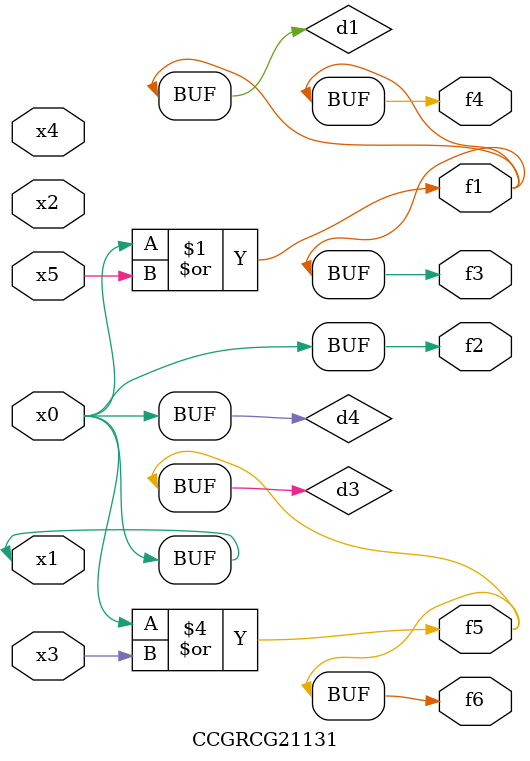
<source format=v>
module CCGRCG21131(
	input x0, x1, x2, x3, x4, x5,
	output f1, f2, f3, f4, f5, f6
);

	wire d1, d2, d3, d4;

	or (d1, x0, x5);
	xnor (d2, x1, x4);
	or (d3, x0, x3);
	buf (d4, x0, x1);
	assign f1 = d1;
	assign f2 = d4;
	assign f3 = d1;
	assign f4 = d1;
	assign f5 = d3;
	assign f6 = d3;
endmodule

</source>
